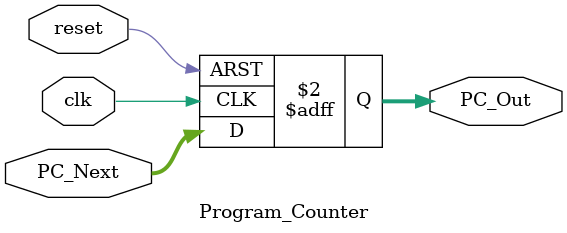
<source format=v>
module Program_Counter(clk, reset, PC_Next, PC_Out);
	input clk, reset;
	input [31:0] PC_Next;
	output reg [31:0] PC_Out;
	
	always@(posedge clk or posedge reset) begin
		if(reset) begin
			PC_Out <= 32'h0000000;
		end else begin
			PC_Out <= PC_Next;
		end
	end
endmodule
</source>
